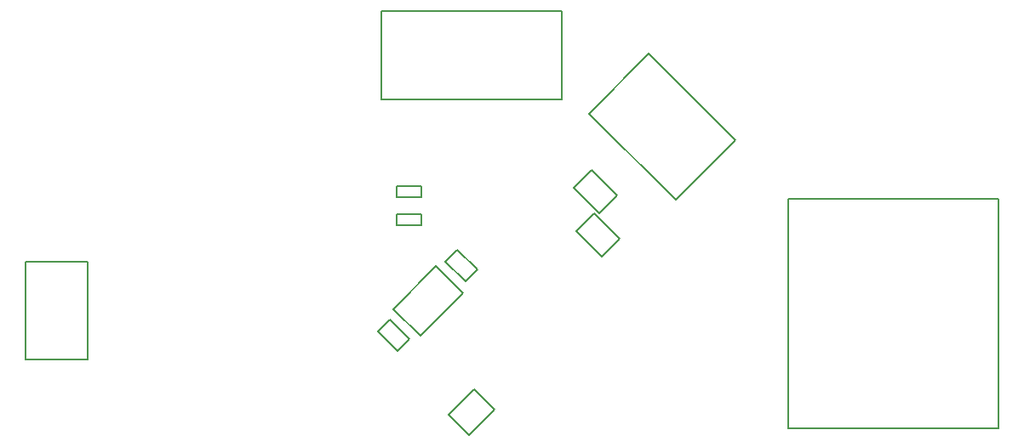
<source format=gbr>
%TF.GenerationSoftware,Altium Limited,Altium Designer,23.6.0 (18)*%
G04 Layer_Color=32768*
%FSLAX25Y25*%
%MOIN*%
%TF.SameCoordinates,9FC677E3-0757-43A4-AD8A-435CCD31EDD7*%
%TF.FilePolarity,Positive*%
%TF.FileFunction,Other,Top_Courtyard*%
%TF.Part,Single*%
G01*
G75*
%TA.AperFunction,NonConductor*%
%ADD61C,0.00787*%
D61*
X47795Y80905D02*
Y119095D01*
X72205D01*
Y80905D02*
Y119095D01*
X47795Y80905D02*
X72205D01*
X185809Y91850D02*
X193604Y84056D01*
X185809Y91850D02*
X190542Y96583D01*
X198337Y88788D01*
X193604Y84056D02*
X198337Y88788D01*
X187067Y182961D02*
X257933D01*
X187067D02*
Y217488D01*
X257933D01*
Y182961D02*
Y217488D01*
X202438Y90090D02*
X219141Y106794D01*
X191859Y100669D02*
X202438Y90090D01*
X191859Y100669D02*
X208562Y117372D01*
X219141Y106794D01*
X193126Y148920D02*
X202969D01*
Y144589D02*
Y148920D01*
X193126Y144589D02*
X202969D01*
X193126D02*
Y148920D01*
Y137920D02*
X202969D01*
Y133589D02*
Y137920D01*
X193126Y133589D02*
X202969D01*
X193126D02*
Y137920D01*
X216969Y123995D02*
X224764Y116200D01*
X220031Y111468D02*
X224764Y116200D01*
X212236Y119262D02*
X220031Y111468D01*
X212236Y119262D02*
X216969Y123995D01*
X213452Y59170D02*
X223474Y69192D01*
X231548Y61119D01*
X221526Y51097D02*
X231548Y61119D01*
X213452Y59170D02*
X221526Y51097D01*
X262503Y148292D02*
X269463Y155251D01*
X262503Y148292D02*
X272537Y138258D01*
X279497Y145218D01*
X269463Y155251D02*
X279497Y145218D01*
X263503Y131291D02*
X270463Y138251D01*
X263503Y131291D02*
X273537Y121258D01*
X280497Y128218D01*
X270463Y138251D02*
X280497Y128218D01*
X268634Y177352D02*
X302598Y143389D01*
X325962Y166753D01*
X291998Y200716D02*
X325962Y166753D01*
X268634Y177352D02*
X291998Y200716D01*
X346614Y143898D02*
X428898D01*
Y53740D02*
Y143898D01*
X346614Y53740D02*
X428898D01*
X346614D02*
Y143898D01*
%TF.MD5,c837f0ed46c950f9afad9a0cd4110e25*%
M02*

</source>
